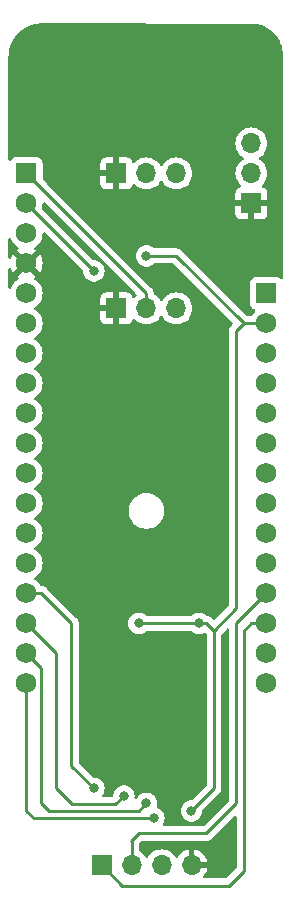
<source format=gbr>
%TF.GenerationSoftware,KiCad,Pcbnew,7.0.5-0*%
%TF.CreationDate,2023-11-18T10:12:58+00:00*%
%TF.ProjectId,Meadow Feather OLED,4d656164-6f77-4204-9665-617468657220,rev?*%
%TF.SameCoordinates,Original*%
%TF.FileFunction,Copper,L2,Bot*%
%TF.FilePolarity,Positive*%
%FSLAX46Y46*%
G04 Gerber Fmt 4.6, Leading zero omitted, Abs format (unit mm)*
G04 Created by KiCad (PCBNEW 7.0.5-0) date 2023-11-18 10:12:58*
%MOMM*%
%LPD*%
G01*
G04 APERTURE LIST*
%TA.AperFunction,ComponentPad*%
%ADD10R,1.700000X1.700000*%
%TD*%
%TA.AperFunction,ComponentPad*%
%ADD11O,1.700000X1.700000*%
%TD*%
%TA.AperFunction,ComponentPad*%
%ADD12R,1.727200X1.727200*%
%TD*%
%TA.AperFunction,ComponentPad*%
%ADD13C,1.727200*%
%TD*%
%TA.AperFunction,ViaPad*%
%ADD14C,0.800000*%
%TD*%
%TA.AperFunction,Conductor*%
%ADD15C,0.250000*%
%TD*%
G04 APERTURE END LIST*
D10*
%TO.P,ResetSwitch1,1,1*%
%TO.N,GND*%
X76200000Y-69850000D03*
D11*
%TO.P,ResetSwitch1,2,2*%
%TO.N,/~Reset*%
X78740000Y-69850000D03*
%TO.P,ResetSwitch1,3*%
X81280000Y-69850000D03*
%TD*%
D12*
%TO.P,J1,1,RESET_L*%
%TO.N,/~Reset*%
X68580000Y-58420000D03*
D13*
%TO.P,J1,2,+3V3*%
%TO.N,/+3V3*%
X68580000Y-60960000D03*
%TO.P,J1,3,AREF*%
%TO.N,unconnected-(J1-AREF-Pad3)*%
X68580000Y-63500000D03*
%TO.P,J1,4,GND*%
%TO.N,GND*%
X68580000Y-66040000D03*
%TO.P,J1,5,A0*%
%TO.N,unconnected-(J1-A0-Pad5)*%
X68580000Y-68580000D03*
%TO.P,J1,6,A1*%
%TO.N,unconnected-(J1-A1-Pad6)*%
X68580000Y-71120000D03*
%TO.P,J1,7,A2*%
%TO.N,unconnected-(J1-A2-Pad7)*%
X68580000Y-73660000D03*
%TO.P,J1,8,A3*%
%TO.N,unconnected-(J1-A3-Pad8)*%
X68580000Y-76200000D03*
%TO.P,J1,9,A4*%
%TO.N,unconnected-(J1-A4-Pad9)*%
X68580000Y-78740000D03*
%TO.P,J1,10,A5*%
%TO.N,unconnected-(J1-A5-Pad10)*%
X68580000Y-81280000D03*
%TO.P,J1,11,SCK*%
%TO.N,unconnected-(J1-SCK-Pad11)*%
X68580000Y-83820000D03*
%TO.P,J1,12,MOSI*%
%TO.N,unconnected-(J1-MOSI-Pad12)*%
X68580000Y-86360000D03*
%TO.P,J1,13,MISO*%
%TO.N,unconnected-(J1-MISO-Pad13)*%
X68580000Y-88900000D03*
%TO.P,J1,14,D00/COM4_RX*%
%TO.N,unconnected-(J1-D00{slash}COM4_RX-Pad14)*%
X68580000Y-91440000D03*
%TO.P,J1,15,D01/COM4_TX*%
%TO.N,/D01*%
X68580000Y-93980000D03*
%TO.P,J1,16,D02*%
%TO.N,/D02*%
X68580000Y-96520000D03*
%TO.P,J1,17,D03/CAN_RX*%
%TO.N,/D03*%
X68580000Y-99060000D03*
%TO.P,J1,18,D04/CAN_TX*%
%TO.N,/D04*%
X68580000Y-101600000D03*
%TO.P,J1,19,D05*%
%TO.N,/D05*%
X88900000Y-101600000D03*
%TO.P,J1,20,D06*%
%TO.N,/D06*%
X88900000Y-99060000D03*
%TO.P,J1,21,D07/I2C_SDA*%
%TO.N,/I2C_SDA*%
X88900000Y-96520000D03*
%TO.P,J1,22,D08/I2C_SCK*%
%TO.N,/I2C_SCK*%
X88900000Y-93980000D03*
%TO.P,J1,23,D09*%
%TO.N,/D09*%
X88900000Y-91440000D03*
%TO.P,J1,24,D10*%
%TO.N,/D10*%
X88900000Y-88900000D03*
%TO.P,J1,25,D11*%
%TO.N,unconnected-(J1-D11-Pad25)*%
X88900000Y-86360000D03*
%TO.P,J1,26,D12/COM_TX*%
%TO.N,/Tx*%
X88900000Y-83820000D03*
%TO.P,J1,27,D13/COM1_RX*%
%TO.N,/Rx*%
X88900000Y-81280000D03*
%TO.P,J1,28,D14*%
%TO.N,unconnected-(J1-D14-Pad28)*%
X88900000Y-78740000D03*
%TO.P,J1,29,D15*%
%TO.N,unconnected-(J1-D15-Pad29)*%
X88900000Y-76200000D03*
%TO.P,J1,30,+5V*%
%TO.N,unconnected-(J1-+5V-Pad30)*%
X88900000Y-73660000D03*
%TO.P,J1,31,EN_+3V3*%
%TO.N,/+3V3*%
X88900000Y-71120000D03*
D12*
%TO.P,J1,32,+VBAT*%
%TO.N,unconnected-(J1-+VBAT-Pad32)*%
X88900000Y-68580000D03*
%TD*%
D10*
%TO.P,J2,1,Pin_1*%
%TO.N,/I2C_SDA*%
X74940000Y-117000000D03*
D11*
%TO.P,J2,2,Pin_2*%
%TO.N,/I2C_SCK*%
X77480000Y-117000000D03*
%TO.P,J2,3,Pin_3*%
%TO.N,/+3V3*%
X80020000Y-117000000D03*
%TO.P,J2,4,Pin_4*%
%TO.N,GND*%
X82560000Y-117000000D03*
%TD*%
D10*
%TO.P,COM1,1,Pin_1*%
%TO.N,GND*%
X87630000Y-60960000D03*
D11*
%TO.P,COM1,2,Pin_2*%
%TO.N,/Rx*%
X87630000Y-58420000D03*
%TO.P,COM1,3,Pin_3*%
%TO.N,/Tx*%
X87630000Y-55880000D03*
%TD*%
D10*
%TO.P,D5,1,1*%
%TO.N,GND*%
X76200000Y-58420000D03*
D11*
%TO.P,D5,2,2*%
%TO.N,/D05*%
X78740000Y-58420000D03*
%TO.P,D5,3*%
X81280000Y-58420000D03*
%TD*%
D14*
%TO.N,/+3V3*%
X83185000Y-96520000D03*
X74295000Y-66675000D03*
X82550000Y-112395000D03*
X78740000Y-65405000D03*
X78105000Y-96520000D03*
%TO.N,/D01*%
X74295000Y-110490000D03*
%TO.N,/D02*%
X76835000Y-111125000D03*
%TO.N,/D03*%
X78740000Y-111760000D03*
%TO.N,/D04*%
X79375000Y-113030000D03*
%TD*%
D15*
%TO.N,/~Reset*%
X78740000Y-68580000D02*
X68580000Y-58420000D01*
X78740000Y-69850000D02*
X78740000Y-68580000D01*
%TO.N,/I2C_SDA*%
X86995000Y-117475000D02*
X85725000Y-118745000D01*
X86995000Y-97155000D02*
X86995000Y-117475000D01*
X87630000Y-96520000D02*
X86995000Y-97155000D01*
X76685000Y-118745000D02*
X74940000Y-117000000D01*
X85725000Y-118745000D02*
X76685000Y-118745000D01*
X88900000Y-96520000D02*
X87630000Y-96520000D01*
%TO.N,/I2C_SCK*%
X77480000Y-114945000D02*
X77480000Y-117000000D01*
X83820000Y-114300000D02*
X78105000Y-114300000D01*
X86360000Y-96520000D02*
X86360000Y-111760000D01*
X86360000Y-111760000D02*
X83820000Y-114300000D01*
X88900000Y-93980000D02*
X86360000Y-96520000D01*
X78105000Y-114300000D02*
X77470000Y-114935000D01*
X77470000Y-114935000D02*
X77480000Y-114945000D01*
%TO.N,/+3V3*%
X86995000Y-71120000D02*
X86360000Y-71755000D01*
X88900000Y-71120000D02*
X86995000Y-71120000D01*
X86360000Y-71755000D02*
X86360000Y-95250000D01*
X84455000Y-97155000D02*
X83820000Y-96520000D01*
X86360000Y-95250000D02*
X84455000Y-97155000D01*
X83820000Y-96520000D02*
X83185000Y-96520000D01*
X86995000Y-71120000D02*
X81280000Y-65405000D01*
X68580000Y-60960000D02*
X73025000Y-65405000D01*
X84455000Y-110490000D02*
X82550000Y-112395000D01*
X84455000Y-97155000D02*
X84455000Y-110490000D01*
X73025000Y-65405000D02*
X74295000Y-66675000D01*
X83185000Y-96520000D02*
X78105000Y-96520000D01*
X81280000Y-65405000D02*
X78740000Y-65405000D01*
%TO.N,/D01*%
X72390000Y-108585000D02*
X72390000Y-96520000D01*
X72390000Y-96520000D02*
X69850000Y-93980000D01*
X74295000Y-110490000D02*
X72390000Y-108585000D01*
X69850000Y-93980000D02*
X68580000Y-93980000D01*
%TO.N,/D02*%
X76110000Y-111850000D02*
X76835000Y-111125000D01*
X72480000Y-111850000D02*
X76110000Y-111850000D01*
X71120000Y-99060000D02*
X71120000Y-110490000D01*
X71120000Y-110490000D02*
X72480000Y-111850000D01*
X68580000Y-96520000D02*
X71120000Y-99060000D01*
%TO.N,/D03*%
X78105000Y-112395000D02*
X78740000Y-111760000D01*
X68580000Y-99060000D02*
X69850000Y-100330000D01*
X70485000Y-112395000D02*
X78105000Y-112395000D01*
X69850000Y-111760000D02*
X70485000Y-112395000D01*
X69850000Y-100330000D02*
X69850000Y-111760000D01*
%TO.N,/D04*%
X68580000Y-112395000D02*
X68580000Y-101600000D01*
X79375000Y-113030000D02*
X69215000Y-113030000D01*
X69215000Y-113030000D02*
X68580000Y-112395000D01*
%TD*%
%TA.AperFunction,Conductor*%
%TO.N,GND*%
G36*
X86288834Y-112818269D02*
G01*
X86344767Y-112860141D01*
X86369184Y-112925605D01*
X86369500Y-112934451D01*
X86369500Y-117164546D01*
X86349815Y-117231585D01*
X86333181Y-117252227D01*
X85502228Y-118083181D01*
X85440905Y-118116666D01*
X85414547Y-118119500D01*
X83649050Y-118119500D01*
X83582011Y-118099815D01*
X83536256Y-118047011D01*
X83526312Y-117977853D01*
X83555337Y-117914297D01*
X83561369Y-117907819D01*
X83598105Y-117871082D01*
X83733600Y-117677578D01*
X83833429Y-117463492D01*
X83833432Y-117463486D01*
X83890636Y-117250000D01*
X82993686Y-117250000D01*
X83019493Y-117209844D01*
X83060000Y-117071889D01*
X83060000Y-116928111D01*
X83019493Y-116790156D01*
X82993686Y-116750000D01*
X83890636Y-116750000D01*
X83890635Y-116749999D01*
X83833432Y-116536513D01*
X83833429Y-116536507D01*
X83733600Y-116322422D01*
X83733599Y-116322420D01*
X83598113Y-116128926D01*
X83598108Y-116128920D01*
X83431082Y-115961894D01*
X83237578Y-115826399D01*
X83023492Y-115726570D01*
X83023486Y-115726567D01*
X82810000Y-115669364D01*
X82810000Y-116564498D01*
X82702315Y-116515320D01*
X82595763Y-116500000D01*
X82524237Y-116500000D01*
X82417685Y-116515320D01*
X82310000Y-116564498D01*
X82310000Y-115669364D01*
X82309999Y-115669364D01*
X82096513Y-115726567D01*
X82096507Y-115726570D01*
X81882422Y-115826399D01*
X81882420Y-115826400D01*
X81688926Y-115961886D01*
X81688920Y-115961891D01*
X81521891Y-116128920D01*
X81521890Y-116128922D01*
X81391880Y-116314595D01*
X81337303Y-116358219D01*
X81267804Y-116365412D01*
X81205450Y-116333890D01*
X81188730Y-116314594D01*
X81058494Y-116128597D01*
X80891402Y-115961506D01*
X80891395Y-115961501D01*
X80697834Y-115825967D01*
X80697830Y-115825965D01*
X80645500Y-115801563D01*
X80483663Y-115726097D01*
X80483659Y-115726096D01*
X80483655Y-115726094D01*
X80255413Y-115664938D01*
X80255403Y-115664936D01*
X80020001Y-115644341D01*
X80019999Y-115644341D01*
X79784596Y-115664936D01*
X79784586Y-115664938D01*
X79556344Y-115726094D01*
X79556335Y-115726098D01*
X79342171Y-115825964D01*
X79342169Y-115825965D01*
X79148597Y-115961505D01*
X78981505Y-116128597D01*
X78851575Y-116314158D01*
X78796998Y-116357783D01*
X78727500Y-116364977D01*
X78665145Y-116333454D01*
X78648425Y-116314158D01*
X78518494Y-116128597D01*
X78351402Y-115961506D01*
X78351401Y-115961505D01*
X78218093Y-115868161D01*
X78158376Y-115826347D01*
X78114751Y-115771770D01*
X78105500Y-115724772D01*
X78105500Y-115235452D01*
X78125185Y-115168413D01*
X78141819Y-115147771D01*
X78327771Y-114961819D01*
X78389094Y-114928334D01*
X78415452Y-114925500D01*
X83737257Y-114925500D01*
X83752877Y-114927224D01*
X83752904Y-114926939D01*
X83760666Y-114927673D01*
X83760666Y-114927672D01*
X83760667Y-114927673D01*
X83763999Y-114927568D01*
X83828847Y-114925531D01*
X83830794Y-114925500D01*
X83859347Y-114925500D01*
X83859350Y-114925500D01*
X83866228Y-114924630D01*
X83872041Y-114924172D01*
X83918627Y-114922709D01*
X83937869Y-114917117D01*
X83956912Y-114913174D01*
X83976792Y-114910664D01*
X84020122Y-114893507D01*
X84025646Y-114891617D01*
X84029396Y-114890527D01*
X84070390Y-114878618D01*
X84087629Y-114868422D01*
X84105103Y-114859862D01*
X84123727Y-114852488D01*
X84123727Y-114852487D01*
X84123732Y-114852486D01*
X84161449Y-114825082D01*
X84166305Y-114821892D01*
X84206420Y-114798170D01*
X84220586Y-114784003D01*
X84235381Y-114771368D01*
X84238619Y-114769014D01*
X84251587Y-114759594D01*
X84281302Y-114723674D01*
X84285202Y-114719387D01*
X86157821Y-112846768D01*
X86219142Y-112813285D01*
X86288834Y-112818269D01*
G37*
%TD.AperFunction*%
%TA.AperFunction,Conductor*%
G36*
X87578187Y-45733568D02*
G01*
X87578307Y-45733604D01*
X87628260Y-45733604D01*
X87631736Y-45733702D01*
X87659440Y-45735257D01*
X87745642Y-45740098D01*
X87933060Y-45751435D01*
X87939660Y-45752193D01*
X88080752Y-45776166D01*
X88239748Y-45805303D01*
X88245697Y-45806701D01*
X88387880Y-45847663D01*
X88388961Y-45847988D01*
X88538092Y-45894458D01*
X88543319Y-45896352D01*
X88681866Y-45953739D01*
X88683494Y-45954443D01*
X88731796Y-45976182D01*
X88823970Y-46017666D01*
X88828509Y-46019936D01*
X88960625Y-46092953D01*
X88962695Y-46094150D01*
X89093613Y-46173291D01*
X89097407Y-46175780D01*
X89221004Y-46263476D01*
X89223289Y-46265181D01*
X89295859Y-46322035D01*
X89343339Y-46359233D01*
X89346410Y-46361803D01*
X89369868Y-46382766D01*
X89459535Y-46462896D01*
X89462062Y-46465285D01*
X89485473Y-46488695D01*
X89569776Y-46572995D01*
X89572156Y-46575513D01*
X89673261Y-46688647D01*
X89675837Y-46691725D01*
X89769874Y-46811751D01*
X89771634Y-46814110D01*
X89859292Y-46937650D01*
X89861779Y-46941442D01*
X89890023Y-46988162D01*
X89940910Y-47072337D01*
X89942116Y-47074422D01*
X90015141Y-47206546D01*
X90017416Y-47211093D01*
X90080621Y-47351526D01*
X90081364Y-47353246D01*
X90138721Y-47491712D01*
X90140634Y-47496995D01*
X90187082Y-47646043D01*
X90187466Y-47647325D01*
X90228378Y-47789327D01*
X90229787Y-47795318D01*
X90258928Y-47954321D01*
X90282895Y-48095364D01*
X90283659Y-48102011D01*
X90295012Y-48289648D01*
X90301398Y-48403315D01*
X90301496Y-48406794D01*
X90301496Y-48455901D01*
X90301591Y-48456777D01*
X90336327Y-67274444D01*
X90316766Y-67341520D01*
X90264047Y-67387372D01*
X90194907Y-67397443D01*
X90131297Y-67368536D01*
X90124646Y-67362354D01*
X90121144Y-67358852D01*
X90005935Y-67272606D01*
X90005928Y-67272602D01*
X89871082Y-67222308D01*
X89871083Y-67222308D01*
X89811483Y-67215901D01*
X89811481Y-67215900D01*
X89811473Y-67215900D01*
X89811464Y-67215900D01*
X87988529Y-67215900D01*
X87988523Y-67215901D01*
X87928916Y-67222308D01*
X87794071Y-67272602D01*
X87794064Y-67272606D01*
X87678855Y-67358852D01*
X87678852Y-67358855D01*
X87592606Y-67474064D01*
X87592602Y-67474071D01*
X87542308Y-67608917D01*
X87535901Y-67668516D01*
X87535900Y-67668535D01*
X87535900Y-69491470D01*
X87535901Y-69491476D01*
X87542308Y-69551083D01*
X87592602Y-69685928D01*
X87592606Y-69685935D01*
X87678852Y-69801144D01*
X87678855Y-69801147D01*
X87794064Y-69887393D01*
X87794071Y-69887397D01*
X87908983Y-69930256D01*
X87964916Y-69972127D01*
X87989334Y-70037591D01*
X87974483Y-70105864D01*
X87956880Y-70130421D01*
X87819845Y-70279279D01*
X87819842Y-70279283D01*
X87715937Y-70438322D01*
X87662791Y-70483678D01*
X87612129Y-70494500D01*
X87305453Y-70494500D01*
X87238414Y-70474815D01*
X87217772Y-70458181D01*
X81780803Y-65021212D01*
X81770980Y-65008950D01*
X81770759Y-65009134D01*
X81765786Y-65003122D01*
X81716066Y-64956432D01*
X81714666Y-64955075D01*
X81694476Y-64934884D01*
X81688986Y-64930625D01*
X81684561Y-64926847D01*
X81650582Y-64894938D01*
X81650580Y-64894936D01*
X81650577Y-64894935D01*
X81633029Y-64885288D01*
X81616763Y-64874604D01*
X81614417Y-64872784D01*
X81600936Y-64862327D01*
X81600935Y-64862326D01*
X81600933Y-64862325D01*
X81558168Y-64843818D01*
X81552922Y-64841248D01*
X81512093Y-64818803D01*
X81512092Y-64818802D01*
X81492693Y-64813822D01*
X81474281Y-64807518D01*
X81455898Y-64799562D01*
X81455892Y-64799560D01*
X81409874Y-64792272D01*
X81404152Y-64791087D01*
X81359021Y-64779500D01*
X81359019Y-64779500D01*
X81338984Y-64779500D01*
X81319586Y-64777973D01*
X81312162Y-64776797D01*
X81299805Y-64774840D01*
X81299804Y-64774840D01*
X81253416Y-64779225D01*
X81247578Y-64779500D01*
X79443748Y-64779500D01*
X79376709Y-64759815D01*
X79351600Y-64738474D01*
X79345873Y-64732114D01*
X79345869Y-64732110D01*
X79192734Y-64620851D01*
X79192729Y-64620848D01*
X79019807Y-64543857D01*
X79019802Y-64543855D01*
X78874000Y-64512865D01*
X78834646Y-64504500D01*
X78645354Y-64504500D01*
X78612897Y-64511398D01*
X78460197Y-64543855D01*
X78460192Y-64543857D01*
X78287270Y-64620848D01*
X78287265Y-64620851D01*
X78134129Y-64732111D01*
X78007466Y-64872785D01*
X77912821Y-65036715D01*
X77912818Y-65036722D01*
X77854327Y-65216740D01*
X77854326Y-65216744D01*
X77834540Y-65405000D01*
X77854326Y-65593256D01*
X77854327Y-65593259D01*
X77912818Y-65773277D01*
X77912821Y-65773284D01*
X78007467Y-65937216D01*
X78100020Y-66040006D01*
X78134129Y-66077888D01*
X78287265Y-66189148D01*
X78287270Y-66189151D01*
X78460192Y-66266142D01*
X78460197Y-66266144D01*
X78645354Y-66305500D01*
X78645355Y-66305500D01*
X78834644Y-66305500D01*
X78834646Y-66305500D01*
X79019803Y-66266144D01*
X79192730Y-66189151D01*
X79345871Y-66077888D01*
X79348788Y-66074647D01*
X79351600Y-66071526D01*
X79411087Y-66034879D01*
X79443748Y-66030500D01*
X80969548Y-66030500D01*
X81036587Y-66050185D01*
X81057229Y-66066819D01*
X86022728Y-71032318D01*
X86056213Y-71093641D01*
X86051229Y-71163333D01*
X86022727Y-71207681D01*
X85976207Y-71254200D01*
X85963951Y-71264020D01*
X85964134Y-71264241D01*
X85958122Y-71269214D01*
X85911432Y-71318932D01*
X85910079Y-71320329D01*
X85889889Y-71340519D01*
X85889877Y-71340532D01*
X85885621Y-71346017D01*
X85881837Y-71350447D01*
X85849937Y-71384418D01*
X85849936Y-71384420D01*
X85840284Y-71401976D01*
X85829610Y-71418226D01*
X85817329Y-71434061D01*
X85817324Y-71434068D01*
X85798815Y-71476838D01*
X85796245Y-71482084D01*
X85773803Y-71522906D01*
X85768822Y-71542307D01*
X85762521Y-71560710D01*
X85754562Y-71579102D01*
X85754561Y-71579105D01*
X85747271Y-71625127D01*
X85746087Y-71630846D01*
X85734501Y-71675972D01*
X85734500Y-71675982D01*
X85734500Y-71696016D01*
X85732973Y-71715415D01*
X85729840Y-71735194D01*
X85729840Y-71735195D01*
X85734225Y-71781583D01*
X85734500Y-71787421D01*
X85734499Y-94939546D01*
X85714814Y-95006585D01*
X85698180Y-95027227D01*
X84542680Y-96182727D01*
X84481357Y-96216212D01*
X84411665Y-96211228D01*
X84367317Y-96182726D01*
X84320801Y-96136209D01*
X84310980Y-96123950D01*
X84310759Y-96124134D01*
X84305786Y-96118122D01*
X84256066Y-96071432D01*
X84254666Y-96070075D01*
X84234476Y-96049884D01*
X84228986Y-96045625D01*
X84224561Y-96041847D01*
X84190582Y-96009938D01*
X84190580Y-96009936D01*
X84190577Y-96009935D01*
X84173029Y-96000288D01*
X84156763Y-95989604D01*
X84140933Y-95977325D01*
X84098168Y-95958818D01*
X84092922Y-95956248D01*
X84052093Y-95933803D01*
X84052092Y-95933802D01*
X84032693Y-95928822D01*
X84014281Y-95922518D01*
X83995898Y-95914562D01*
X83995892Y-95914560D01*
X83949874Y-95907272D01*
X83944152Y-95906087D01*
X83899021Y-95894500D01*
X83899019Y-95894500D01*
X83888748Y-95894500D01*
X83821709Y-95874815D01*
X83796600Y-95853474D01*
X83790872Y-95847113D01*
X83790864Y-95847106D01*
X83637734Y-95735851D01*
X83637729Y-95735848D01*
X83464807Y-95658857D01*
X83464802Y-95658855D01*
X83319001Y-95627865D01*
X83279646Y-95619500D01*
X83090354Y-95619500D01*
X83057897Y-95626398D01*
X82905197Y-95658855D01*
X82905192Y-95658857D01*
X82732270Y-95735848D01*
X82732265Y-95735851D01*
X82579130Y-95847110D01*
X82579126Y-95847114D01*
X82573400Y-95853474D01*
X82513913Y-95890121D01*
X82481252Y-95894500D01*
X78808748Y-95894500D01*
X78741709Y-95874815D01*
X78716600Y-95853474D01*
X78710873Y-95847114D01*
X78710869Y-95847110D01*
X78557734Y-95735851D01*
X78557729Y-95735848D01*
X78384807Y-95658857D01*
X78384802Y-95658855D01*
X78239001Y-95627865D01*
X78199646Y-95619500D01*
X78010354Y-95619500D01*
X77977897Y-95626398D01*
X77825197Y-95658855D01*
X77825192Y-95658857D01*
X77652270Y-95735848D01*
X77652265Y-95735851D01*
X77499129Y-95847111D01*
X77372466Y-95987785D01*
X77277821Y-96151715D01*
X77277818Y-96151722D01*
X77219327Y-96331740D01*
X77219326Y-96331744D01*
X77199540Y-96520000D01*
X77219326Y-96708256D01*
X77219327Y-96708259D01*
X77277818Y-96888277D01*
X77277821Y-96888284D01*
X77372467Y-97052216D01*
X77493401Y-97186526D01*
X77499129Y-97192888D01*
X77652265Y-97304148D01*
X77652270Y-97304151D01*
X77825192Y-97381142D01*
X77825197Y-97381144D01*
X78010354Y-97420500D01*
X78010355Y-97420500D01*
X78199644Y-97420500D01*
X78199646Y-97420500D01*
X78384803Y-97381144D01*
X78557730Y-97304151D01*
X78710871Y-97192888D01*
X78713788Y-97189647D01*
X78716600Y-97186526D01*
X78776087Y-97149879D01*
X78808748Y-97145500D01*
X82481252Y-97145500D01*
X82548291Y-97165185D01*
X82573400Y-97186526D01*
X82579126Y-97192885D01*
X82579130Y-97192889D01*
X82732265Y-97304148D01*
X82732270Y-97304151D01*
X82905192Y-97381142D01*
X82905197Y-97381144D01*
X83090354Y-97420500D01*
X83090355Y-97420500D01*
X83279644Y-97420500D01*
X83279646Y-97420500D01*
X83464803Y-97381144D01*
X83616496Y-97313604D01*
X83685746Y-97304320D01*
X83749022Y-97333948D01*
X83754613Y-97339203D01*
X83793181Y-97377771D01*
X83826666Y-97439094D01*
X83829500Y-97465452D01*
X83829500Y-110179547D01*
X83809815Y-110246586D01*
X83793181Y-110267228D01*
X82602228Y-111458181D01*
X82540905Y-111491666D01*
X82514547Y-111494500D01*
X82455354Y-111494500D01*
X82425202Y-111500909D01*
X82270197Y-111533855D01*
X82270192Y-111533857D01*
X82097270Y-111610848D01*
X82097265Y-111610851D01*
X81944129Y-111722111D01*
X81817466Y-111862785D01*
X81722821Y-112026715D01*
X81722818Y-112026722D01*
X81664327Y-112206740D01*
X81664326Y-112206744D01*
X81644540Y-112395000D01*
X81664326Y-112583256D01*
X81664327Y-112583259D01*
X81722818Y-112763277D01*
X81722821Y-112763284D01*
X81817467Y-112927216D01*
X81944129Y-113067888D01*
X82097265Y-113179148D01*
X82097270Y-113179151D01*
X82270192Y-113256142D01*
X82270197Y-113256144D01*
X82455354Y-113295500D01*
X82455355Y-113295500D01*
X82644644Y-113295500D01*
X82644646Y-113295500D01*
X82829803Y-113256144D01*
X83002730Y-113179151D01*
X83155871Y-113067888D01*
X83282533Y-112927216D01*
X83377179Y-112763284D01*
X83435674Y-112583256D01*
X83453321Y-112415344D01*
X83479904Y-112350734D01*
X83488951Y-112340638D01*
X84838788Y-110990801D01*
X84851042Y-110980986D01*
X84850859Y-110980764D01*
X84856868Y-110975791D01*
X84856877Y-110975786D01*
X84903607Y-110926022D01*
X84904846Y-110924743D01*
X84925120Y-110904471D01*
X84929379Y-110898978D01*
X84933152Y-110894561D01*
X84965062Y-110860582D01*
X84974715Y-110843020D01*
X84985389Y-110826770D01*
X84997673Y-110810936D01*
X85016180Y-110768167D01*
X85018749Y-110762924D01*
X85041196Y-110722093D01*
X85041197Y-110722092D01*
X85046177Y-110702691D01*
X85052478Y-110684288D01*
X85060438Y-110665896D01*
X85067730Y-110619849D01*
X85068911Y-110614152D01*
X85080500Y-110569019D01*
X85080500Y-110548983D01*
X85082027Y-110529582D01*
X85082064Y-110529350D01*
X85085160Y-110509804D01*
X85080775Y-110463415D01*
X85080500Y-110457577D01*
X85080500Y-97465451D01*
X85100185Y-97398412D01*
X85116814Y-97377775D01*
X85522819Y-96971770D01*
X85584142Y-96938286D01*
X85653834Y-96943270D01*
X85709767Y-96985142D01*
X85734184Y-97050606D01*
X85734500Y-97059452D01*
X85734500Y-111449547D01*
X85714815Y-111516586D01*
X85698181Y-111537228D01*
X83597228Y-113638181D01*
X83535905Y-113671666D01*
X83509547Y-113674500D01*
X80257480Y-113674500D01*
X80190441Y-113654815D01*
X80144686Y-113602011D01*
X80134742Y-113532853D01*
X80150093Y-113488500D01*
X80182784Y-113431877D01*
X80202179Y-113398284D01*
X80260674Y-113218256D01*
X80280460Y-113030000D01*
X80260674Y-112841744D01*
X80202179Y-112661716D01*
X80107533Y-112497784D01*
X79980871Y-112357112D01*
X79980870Y-112357111D01*
X79827734Y-112245851D01*
X79827732Y-112245850D01*
X79668732Y-112175057D01*
X79615496Y-112129806D01*
X79595175Y-112062957D01*
X79601237Y-112023464D01*
X79625674Y-111948256D01*
X79645460Y-111760000D01*
X79625674Y-111571744D01*
X79567179Y-111391716D01*
X79472533Y-111227784D01*
X79345871Y-111087112D01*
X79336769Y-111080499D01*
X79192734Y-110975851D01*
X79192729Y-110975848D01*
X79019807Y-110898857D01*
X79019802Y-110898855D01*
X78874000Y-110867865D01*
X78834646Y-110859500D01*
X78645354Y-110859500D01*
X78612897Y-110866398D01*
X78460197Y-110898855D01*
X78460192Y-110898857D01*
X78287270Y-110975848D01*
X78287265Y-110975851D01*
X78134129Y-111087111D01*
X78007467Y-111227783D01*
X77959513Y-111310842D01*
X77908945Y-111359057D01*
X77840338Y-111372279D01*
X77775474Y-111346311D01*
X77734946Y-111289397D01*
X77728805Y-111235885D01*
X77740460Y-111125000D01*
X77720674Y-110936744D01*
X77662179Y-110756716D01*
X77567533Y-110592784D01*
X77440871Y-110452112D01*
X77440870Y-110452111D01*
X77287734Y-110340851D01*
X77287729Y-110340848D01*
X77114807Y-110263857D01*
X77114802Y-110263855D01*
X76959798Y-110230909D01*
X76929646Y-110224500D01*
X76740354Y-110224500D01*
X76710202Y-110230909D01*
X76555197Y-110263855D01*
X76555192Y-110263857D01*
X76382270Y-110340848D01*
X76382265Y-110340851D01*
X76229129Y-110452111D01*
X76102466Y-110592785D01*
X76007821Y-110756715D01*
X76007818Y-110756722D01*
X75952790Y-110926082D01*
X75949326Y-110936744D01*
X75939301Y-111032132D01*
X75931679Y-111104649D01*
X75905094Y-111169263D01*
X75896044Y-111179363D01*
X75887232Y-111188176D01*
X75825911Y-111221665D01*
X75799546Y-111224500D01*
X75123904Y-111224500D01*
X75056865Y-111204815D01*
X75011110Y-111152011D01*
X75001166Y-111082853D01*
X75025774Y-111028967D01*
X75023715Y-111027471D01*
X75027529Y-111022220D01*
X75027533Y-111022216D01*
X75122179Y-110858284D01*
X75180674Y-110678256D01*
X75200460Y-110490000D01*
X75180674Y-110301744D01*
X75122179Y-110121716D01*
X75027533Y-109957784D01*
X74900871Y-109817112D01*
X74900870Y-109817111D01*
X74747734Y-109705851D01*
X74747729Y-109705848D01*
X74574807Y-109628857D01*
X74574802Y-109628855D01*
X74429000Y-109597865D01*
X74389646Y-109589500D01*
X74389645Y-109589500D01*
X74330452Y-109589500D01*
X74263413Y-109569815D01*
X74242771Y-109553181D01*
X73051819Y-108362228D01*
X73018334Y-108300905D01*
X73015500Y-108274547D01*
X73015500Y-96602737D01*
X73017224Y-96587123D01*
X73016938Y-96587096D01*
X73017672Y-96579333D01*
X73015531Y-96511170D01*
X73015500Y-96509223D01*
X73015500Y-96480651D01*
X73015500Y-96480650D01*
X73014629Y-96473759D01*
X73014172Y-96467945D01*
X73012709Y-96421374D01*
X73012709Y-96421372D01*
X73007120Y-96402137D01*
X73003174Y-96383084D01*
X73000664Y-96363208D01*
X72983501Y-96319859D01*
X72981614Y-96314346D01*
X72975908Y-96294707D01*
X72968617Y-96269610D01*
X72958421Y-96252369D01*
X72949860Y-96234893D01*
X72942486Y-96216269D01*
X72942486Y-96216267D01*
X72932474Y-96202488D01*
X72915083Y-96178550D01*
X72911900Y-96173705D01*
X72888170Y-96133579D01*
X72888165Y-96133573D01*
X72874005Y-96119413D01*
X72861370Y-96104620D01*
X72849593Y-96088412D01*
X72813693Y-96058713D01*
X72809381Y-96054790D01*
X70350802Y-93596212D01*
X70340980Y-93583950D01*
X70340759Y-93584134D01*
X70335786Y-93578122D01*
X70286066Y-93531432D01*
X70284666Y-93530075D01*
X70264476Y-93509884D01*
X70258986Y-93505625D01*
X70254561Y-93501847D01*
X70220582Y-93469938D01*
X70220580Y-93469936D01*
X70220577Y-93469935D01*
X70203029Y-93460288D01*
X70186763Y-93449604D01*
X70170936Y-93437327D01*
X70170935Y-93437326D01*
X70170933Y-93437325D01*
X70128168Y-93418818D01*
X70122922Y-93416248D01*
X70082093Y-93393803D01*
X70082092Y-93393802D01*
X70062693Y-93388822D01*
X70044281Y-93382518D01*
X70025898Y-93374562D01*
X70025892Y-93374560D01*
X69979874Y-93367272D01*
X69974152Y-93366087D01*
X69929021Y-93354500D01*
X69929019Y-93354500D01*
X69908984Y-93354500D01*
X69889586Y-93352973D01*
X69882162Y-93351797D01*
X69869805Y-93349840D01*
X69862007Y-93349595D01*
X69862106Y-93346441D01*
X69807808Y-93335901D01*
X69760969Y-93293586D01*
X69660156Y-93139281D01*
X69660149Y-93139274D01*
X69660149Y-93139272D01*
X69507049Y-92972963D01*
X69507048Y-92972962D01*
X69507046Y-92972960D01*
X69328649Y-92834107D01*
X69328647Y-92834106D01*
X69328646Y-92834105D01*
X69328639Y-92834100D01*
X69300836Y-92819055D01*
X69251244Y-92769837D01*
X69236135Y-92701620D01*
X69260306Y-92636064D01*
X69300836Y-92600945D01*
X69328639Y-92585899D01*
X69328642Y-92585896D01*
X69328649Y-92585893D01*
X69507046Y-92447040D01*
X69660156Y-92280719D01*
X69783802Y-92091465D01*
X69874611Y-91884441D01*
X69930107Y-91665293D01*
X69948775Y-91440000D01*
X69948775Y-91439993D01*
X69930107Y-91214710D01*
X69930107Y-91214707D01*
X69874611Y-90995559D01*
X69783802Y-90788535D01*
X69660156Y-90599281D01*
X69660153Y-90599278D01*
X69660149Y-90599272D01*
X69507049Y-90432963D01*
X69507048Y-90432962D01*
X69507046Y-90432960D01*
X69328649Y-90294107D01*
X69328647Y-90294106D01*
X69328646Y-90294105D01*
X69328639Y-90294100D01*
X69300836Y-90279055D01*
X69251244Y-90229837D01*
X69236135Y-90161620D01*
X69260306Y-90096064D01*
X69300836Y-90060945D01*
X69328639Y-90045899D01*
X69328642Y-90045896D01*
X69328649Y-90045893D01*
X69507046Y-89907040D01*
X69660156Y-89740719D01*
X69783802Y-89551465D01*
X69874611Y-89344441D01*
X69930107Y-89125293D01*
X69948775Y-88900000D01*
X69948775Y-88899993D01*
X69930107Y-88674710D01*
X69930107Y-88674707D01*
X69874611Y-88455559D01*
X69783802Y-88248535D01*
X69660156Y-88059281D01*
X69660153Y-88059278D01*
X69660149Y-88059272D01*
X69507049Y-87892963D01*
X69507048Y-87892962D01*
X69507046Y-87892960D01*
X69328649Y-87754107D01*
X69328647Y-87754106D01*
X69328646Y-87754105D01*
X69328639Y-87754100D01*
X69300836Y-87739055D01*
X69251244Y-87689837D01*
X69236135Y-87621620D01*
X69260306Y-87556064D01*
X69300836Y-87520945D01*
X69328639Y-87505899D01*
X69328642Y-87505896D01*
X69328649Y-87505893D01*
X69507046Y-87367040D01*
X69660156Y-87200719D01*
X69710061Y-87124334D01*
X77239500Y-87124334D01*
X77280429Y-87369616D01*
X77361169Y-87604802D01*
X77361172Y-87604811D01*
X77479524Y-87823506D01*
X77479526Y-87823509D01*
X77632262Y-88019744D01*
X77791744Y-88166557D01*
X77815217Y-88188166D01*
X78023393Y-88324173D01*
X78251118Y-88424063D01*
X78375493Y-88455559D01*
X78492179Y-88485108D01*
X78492181Y-88485108D01*
X78492186Y-88485109D01*
X78645589Y-88497819D01*
X78677933Y-88500500D01*
X78677937Y-88500500D01*
X78802063Y-88500500D01*
X78802067Y-88500500D01*
X78880764Y-88493979D01*
X78987813Y-88485109D01*
X78987816Y-88485108D01*
X78987821Y-88485108D01*
X79228881Y-88424063D01*
X79456607Y-88324173D01*
X79664785Y-88188164D01*
X79847738Y-88019744D01*
X80000474Y-87823509D01*
X80118828Y-87604810D01*
X80199571Y-87369614D01*
X80240500Y-87124335D01*
X80240500Y-86875665D01*
X80199571Y-86630386D01*
X80118828Y-86395190D01*
X80000474Y-86176491D01*
X79847738Y-85980256D01*
X79664785Y-85811836D01*
X79664782Y-85811833D01*
X79456606Y-85675826D01*
X79228881Y-85575936D01*
X78987824Y-85514892D01*
X78987813Y-85514890D01*
X78802077Y-85499500D01*
X78802067Y-85499500D01*
X78677933Y-85499500D01*
X78677922Y-85499500D01*
X78492186Y-85514890D01*
X78492175Y-85514892D01*
X78251118Y-85575936D01*
X78023393Y-85675826D01*
X77815217Y-85811833D01*
X77632261Y-85980257D01*
X77479524Y-86176493D01*
X77361172Y-86395188D01*
X77361169Y-86395197D01*
X77280429Y-86630383D01*
X77239500Y-86875665D01*
X77239500Y-87124334D01*
X69710061Y-87124334D01*
X69783802Y-87011465D01*
X69874611Y-86804441D01*
X69930107Y-86585293D01*
X69945859Y-86395190D01*
X69948775Y-86360006D01*
X69948775Y-86359993D01*
X69930107Y-86134710D01*
X69930107Y-86134707D01*
X69874611Y-85915559D01*
X69783802Y-85708535D01*
X69660156Y-85519281D01*
X69660153Y-85519278D01*
X69660149Y-85519272D01*
X69507049Y-85352963D01*
X69507048Y-85352962D01*
X69507046Y-85352960D01*
X69328649Y-85214107D01*
X69328647Y-85214106D01*
X69328646Y-85214105D01*
X69328639Y-85214100D01*
X69300836Y-85199055D01*
X69251244Y-85149837D01*
X69236135Y-85081620D01*
X69260306Y-85016064D01*
X69300836Y-84980945D01*
X69328639Y-84965899D01*
X69328642Y-84965896D01*
X69328649Y-84965893D01*
X69507046Y-84827040D01*
X69660156Y-84660719D01*
X69783802Y-84471465D01*
X69874611Y-84264441D01*
X69930107Y-84045293D01*
X69948775Y-83820000D01*
X69948775Y-83819993D01*
X69930107Y-83594710D01*
X69930107Y-83594707D01*
X69874611Y-83375559D01*
X69783802Y-83168535D01*
X69660156Y-82979281D01*
X69660153Y-82979278D01*
X69660149Y-82979272D01*
X69507049Y-82812963D01*
X69507048Y-82812962D01*
X69507046Y-82812960D01*
X69328649Y-82674107D01*
X69328647Y-82674106D01*
X69328646Y-82674105D01*
X69328639Y-82674100D01*
X69300836Y-82659055D01*
X69251244Y-82609837D01*
X69236135Y-82541620D01*
X69260306Y-82476064D01*
X69300836Y-82440945D01*
X69328639Y-82425899D01*
X69328642Y-82425896D01*
X69328649Y-82425893D01*
X69507046Y-82287040D01*
X69660156Y-82120719D01*
X69783802Y-81931465D01*
X69874611Y-81724441D01*
X69930107Y-81505293D01*
X69948775Y-81280000D01*
X69948775Y-81279993D01*
X69930107Y-81054710D01*
X69930107Y-81054707D01*
X69874611Y-80835559D01*
X69783802Y-80628535D01*
X69660156Y-80439281D01*
X69660153Y-80439278D01*
X69660149Y-80439272D01*
X69507049Y-80272963D01*
X69507048Y-80272962D01*
X69507046Y-80272960D01*
X69328649Y-80134107D01*
X69328647Y-80134106D01*
X69328646Y-80134105D01*
X69328639Y-80134100D01*
X69300836Y-80119055D01*
X69251244Y-80069837D01*
X69236135Y-80001620D01*
X69260306Y-79936064D01*
X69300836Y-79900945D01*
X69328639Y-79885899D01*
X69328642Y-79885896D01*
X69328649Y-79885893D01*
X69507046Y-79747040D01*
X69660156Y-79580719D01*
X69783802Y-79391465D01*
X69874611Y-79184441D01*
X69930107Y-78965293D01*
X69948775Y-78740000D01*
X69948775Y-78739993D01*
X69930107Y-78514710D01*
X69930107Y-78514707D01*
X69874611Y-78295559D01*
X69783802Y-78088535D01*
X69660156Y-77899281D01*
X69660153Y-77899278D01*
X69660149Y-77899272D01*
X69507049Y-77732963D01*
X69507048Y-77732962D01*
X69507046Y-77732960D01*
X69328649Y-77594107D01*
X69328647Y-77594106D01*
X69328646Y-77594105D01*
X69328639Y-77594100D01*
X69300836Y-77579055D01*
X69251244Y-77529837D01*
X69236135Y-77461620D01*
X69260306Y-77396064D01*
X69300836Y-77360945D01*
X69328639Y-77345899D01*
X69328642Y-77345896D01*
X69328649Y-77345893D01*
X69507046Y-77207040D01*
X69660156Y-77040719D01*
X69783802Y-76851465D01*
X69874611Y-76644441D01*
X69930107Y-76425293D01*
X69948775Y-76200000D01*
X69948775Y-76199993D01*
X69930107Y-75974710D01*
X69930107Y-75974707D01*
X69874611Y-75755559D01*
X69783802Y-75548535D01*
X69766291Y-75521733D01*
X69660157Y-75359283D01*
X69660149Y-75359272D01*
X69507049Y-75192963D01*
X69507048Y-75192962D01*
X69507046Y-75192960D01*
X69328649Y-75054107D01*
X69328647Y-75054106D01*
X69328646Y-75054105D01*
X69328639Y-75054100D01*
X69300836Y-75039055D01*
X69251244Y-74989837D01*
X69236135Y-74921620D01*
X69260306Y-74856064D01*
X69300836Y-74820945D01*
X69328639Y-74805899D01*
X69328642Y-74805896D01*
X69328649Y-74805893D01*
X69507046Y-74667040D01*
X69660156Y-74500719D01*
X69783802Y-74311465D01*
X69874611Y-74104441D01*
X69930107Y-73885293D01*
X69948775Y-73660000D01*
X69948775Y-73659993D01*
X69930107Y-73434710D01*
X69930107Y-73434707D01*
X69874611Y-73215559D01*
X69783802Y-73008535D01*
X69759278Y-72970999D01*
X69660157Y-72819283D01*
X69660149Y-72819272D01*
X69507049Y-72652963D01*
X69507048Y-72652962D01*
X69507046Y-72652960D01*
X69328649Y-72514107D01*
X69328647Y-72514106D01*
X69328646Y-72514105D01*
X69328639Y-72514100D01*
X69300836Y-72499055D01*
X69251244Y-72449837D01*
X69236135Y-72381620D01*
X69260306Y-72316064D01*
X69300836Y-72280945D01*
X69328639Y-72265899D01*
X69328642Y-72265896D01*
X69328649Y-72265893D01*
X69507046Y-72127040D01*
X69625456Y-71998413D01*
X69660149Y-71960727D01*
X69660150Y-71960725D01*
X69660156Y-71960719D01*
X69783802Y-71771465D01*
X69874611Y-71564441D01*
X69930107Y-71345293D01*
X69943384Y-71185061D01*
X69948775Y-71120006D01*
X69948775Y-71119993D01*
X69930107Y-70894710D01*
X69930107Y-70894707D01*
X69874611Y-70675559D01*
X69783802Y-70468535D01*
X69777037Y-70458181D01*
X69696350Y-70334680D01*
X69660156Y-70279281D01*
X69660153Y-70279278D01*
X69660149Y-70279272D01*
X69507049Y-70112963D01*
X69507048Y-70112962D01*
X69507046Y-70112960D01*
X69328649Y-69974107D01*
X69328647Y-69974106D01*
X69328646Y-69974105D01*
X69328639Y-69974100D01*
X69300836Y-69959055D01*
X69251244Y-69909837D01*
X69236135Y-69841620D01*
X69260306Y-69776064D01*
X69300836Y-69740945D01*
X69328639Y-69725899D01*
X69328642Y-69725896D01*
X69328649Y-69725893D01*
X69507046Y-69587040D01*
X69660156Y-69420719D01*
X69783802Y-69231465D01*
X69874611Y-69024441D01*
X69930107Y-68805293D01*
X69940620Y-68678423D01*
X69948775Y-68580006D01*
X69948775Y-68579993D01*
X69932193Y-68379887D01*
X69930107Y-68354707D01*
X69874611Y-68135559D01*
X69783802Y-67928535D01*
X69660156Y-67739281D01*
X69660153Y-67739278D01*
X69660149Y-67739272D01*
X69507049Y-67572963D01*
X69507048Y-67572962D01*
X69507046Y-67572960D01*
X69328649Y-67434107D01*
X69328647Y-67434106D01*
X69328646Y-67434105D01*
X69328638Y-67434100D01*
X69300306Y-67418767D01*
X69250717Y-67369547D01*
X69235610Y-67301330D01*
X69259782Y-67235775D01*
X69300311Y-67200658D01*
X69328370Y-67185473D01*
X69328378Y-67185468D01*
X69352859Y-67166413D01*
X69352859Y-67166412D01*
X68719600Y-66533152D01*
X68724592Y-66532435D01*
X68857470Y-66471752D01*
X68967869Y-66376090D01*
X69046845Y-66253201D01*
X69069522Y-66175969D01*
X69704888Y-66811334D01*
X69783361Y-66691222D01*
X69874136Y-66484278D01*
X69929611Y-66265213D01*
X69929613Y-66265202D01*
X69948273Y-66040006D01*
X69948273Y-66039993D01*
X69929613Y-65814797D01*
X69929611Y-65814786D01*
X69874136Y-65595721D01*
X69783360Y-65388774D01*
X69704888Y-65268663D01*
X69069522Y-65904030D01*
X69046845Y-65826799D01*
X68967869Y-65703910D01*
X68857470Y-65608248D01*
X68724592Y-65547565D01*
X68719599Y-65546847D01*
X69352859Y-64913587D01*
X69352858Y-64913585D01*
X69328378Y-64894531D01*
X69328373Y-64894527D01*
X69300308Y-64879340D01*
X69250717Y-64830121D01*
X69235609Y-64761905D01*
X69259779Y-64696349D01*
X69300306Y-64661231D01*
X69328649Y-64645893D01*
X69507046Y-64507040D01*
X69660156Y-64340719D01*
X69783802Y-64151465D01*
X69874611Y-63944441D01*
X69930107Y-63725293D01*
X69948617Y-63501903D01*
X69973770Y-63436722D01*
X70030172Y-63395483D01*
X70099915Y-63391285D01*
X70159874Y-63424465D01*
X72612062Y-65876654D01*
X72612092Y-65876682D01*
X73356038Y-66620629D01*
X73389523Y-66681952D01*
X73391678Y-66695348D01*
X73399968Y-66774227D01*
X73409326Y-66863256D01*
X73409327Y-66863259D01*
X73467818Y-67043277D01*
X73467821Y-67043284D01*
X73562467Y-67207216D01*
X73621341Y-67272602D01*
X73689129Y-67347888D01*
X73842265Y-67459148D01*
X73842270Y-67459151D01*
X74015192Y-67536142D01*
X74015197Y-67536144D01*
X74200354Y-67575500D01*
X74200355Y-67575500D01*
X74389644Y-67575500D01*
X74389646Y-67575500D01*
X74574803Y-67536144D01*
X74747730Y-67459151D01*
X74900871Y-67347888D01*
X75027533Y-67207216D01*
X75122179Y-67043284D01*
X75180674Y-66863256D01*
X75200460Y-66675000D01*
X75180674Y-66486744D01*
X75122179Y-66306716D01*
X75027533Y-66142784D01*
X74900871Y-66002112D01*
X74852490Y-65966961D01*
X74747734Y-65890851D01*
X74747729Y-65890848D01*
X74574807Y-65813857D01*
X74574802Y-65813855D01*
X74429000Y-65782865D01*
X74389646Y-65774500D01*
X74389645Y-65774500D01*
X74330453Y-65774500D01*
X74263414Y-65754815D01*
X74242772Y-65738181D01*
X73456912Y-64952321D01*
X73456910Y-64952318D01*
X71779299Y-63274707D01*
X69931386Y-61426795D01*
X69897902Y-61365473D01*
X69898863Y-61308674D01*
X69930104Y-61185305D01*
X69930106Y-61185296D01*
X69930107Y-61185293D01*
X69948617Y-60961902D01*
X69973770Y-60896721D01*
X70030171Y-60855482D01*
X70099915Y-60851284D01*
X70159874Y-60884464D01*
X77892510Y-68617100D01*
X77925995Y-68678423D01*
X77921011Y-68748115D01*
X77879139Y-68804048D01*
X77875954Y-68806355D01*
X77868601Y-68811503D01*
X77746284Y-68933819D01*
X77684960Y-68967303D01*
X77615269Y-68962318D01*
X77559335Y-68920447D01*
X77542421Y-68889470D01*
X77493354Y-68757913D01*
X77493350Y-68757906D01*
X77407190Y-68642812D01*
X77407187Y-68642809D01*
X77292093Y-68556649D01*
X77292086Y-68556645D01*
X77157379Y-68506403D01*
X77157372Y-68506401D01*
X77097844Y-68500000D01*
X76450000Y-68500000D01*
X76450000Y-69414498D01*
X76342315Y-69365320D01*
X76235763Y-69350000D01*
X76164237Y-69350000D01*
X76057685Y-69365320D01*
X75950000Y-69414498D01*
X75950000Y-68500000D01*
X75302155Y-68500000D01*
X75242627Y-68506401D01*
X75242620Y-68506403D01*
X75107913Y-68556645D01*
X75107906Y-68556649D01*
X74992812Y-68642809D01*
X74992809Y-68642812D01*
X74906649Y-68757906D01*
X74906645Y-68757913D01*
X74856403Y-68892620D01*
X74856401Y-68892627D01*
X74850000Y-68952155D01*
X74850000Y-69600000D01*
X75766314Y-69600000D01*
X75740507Y-69640156D01*
X75700000Y-69778111D01*
X75700000Y-69921889D01*
X75740507Y-70059844D01*
X75766314Y-70100000D01*
X74850000Y-70100000D01*
X74850000Y-70747844D01*
X74856401Y-70807372D01*
X74856403Y-70807379D01*
X74906645Y-70942086D01*
X74906649Y-70942093D01*
X74992809Y-71057187D01*
X74992812Y-71057190D01*
X75107906Y-71143350D01*
X75107913Y-71143354D01*
X75242620Y-71193596D01*
X75242627Y-71193598D01*
X75302155Y-71199999D01*
X75302172Y-71200000D01*
X75950000Y-71200000D01*
X75950000Y-70285501D01*
X76057685Y-70334680D01*
X76164237Y-70350000D01*
X76235763Y-70350000D01*
X76342315Y-70334680D01*
X76450000Y-70285501D01*
X76450000Y-71200000D01*
X77097828Y-71200000D01*
X77097844Y-71199999D01*
X77157372Y-71193598D01*
X77157379Y-71193596D01*
X77292086Y-71143354D01*
X77292093Y-71143350D01*
X77407187Y-71057190D01*
X77407190Y-71057187D01*
X77493350Y-70942093D01*
X77493354Y-70942086D01*
X77542422Y-70810529D01*
X77584293Y-70754595D01*
X77649757Y-70730178D01*
X77718030Y-70745030D01*
X77746285Y-70766181D01*
X77868599Y-70888495D01*
X77945135Y-70942086D01*
X78062165Y-71024032D01*
X78062167Y-71024033D01*
X78062170Y-71024035D01*
X78276337Y-71123903D01*
X78504592Y-71185063D01*
X78675319Y-71200000D01*
X78739999Y-71205659D01*
X78740000Y-71205659D01*
X78740001Y-71205659D01*
X78804681Y-71200000D01*
X78975408Y-71185063D01*
X79203663Y-71123903D01*
X79417830Y-71024035D01*
X79611401Y-70888495D01*
X79778495Y-70721401D01*
X79908424Y-70535842D01*
X79963002Y-70492217D01*
X80032500Y-70485023D01*
X80094855Y-70516546D01*
X80111575Y-70535842D01*
X80241500Y-70721395D01*
X80241505Y-70721401D01*
X80408599Y-70888495D01*
X80485135Y-70942086D01*
X80602165Y-71024032D01*
X80602167Y-71024033D01*
X80602170Y-71024035D01*
X80816337Y-71123903D01*
X81044592Y-71185063D01*
X81215319Y-71200000D01*
X81279999Y-71205659D01*
X81280000Y-71205659D01*
X81280001Y-71205659D01*
X81344681Y-71200000D01*
X81515408Y-71185063D01*
X81743663Y-71123903D01*
X81957830Y-71024035D01*
X82151401Y-70888495D01*
X82318495Y-70721401D01*
X82454035Y-70527830D01*
X82553903Y-70313663D01*
X82615063Y-70085408D01*
X82635659Y-69850000D01*
X82615063Y-69614592D01*
X82553903Y-69386337D01*
X82454035Y-69172171D01*
X82448425Y-69164158D01*
X82318494Y-68978597D01*
X82151402Y-68811506D01*
X82151395Y-68811501D01*
X82142523Y-68805289D01*
X82060871Y-68748115D01*
X81957834Y-68675967D01*
X81957830Y-68675965D01*
X81886727Y-68642809D01*
X81743663Y-68576097D01*
X81743659Y-68576096D01*
X81743655Y-68576094D01*
X81515413Y-68514938D01*
X81515403Y-68514936D01*
X81280001Y-68494341D01*
X81279999Y-68494341D01*
X81044596Y-68514936D01*
X81044586Y-68514938D01*
X80816344Y-68576094D01*
X80816335Y-68576098D01*
X80602171Y-68675964D01*
X80602169Y-68675965D01*
X80408597Y-68811505D01*
X80241505Y-68978597D01*
X80111575Y-69164158D01*
X80056998Y-69207783D01*
X79987500Y-69214977D01*
X79925145Y-69183454D01*
X79908425Y-69164158D01*
X79778494Y-68978597D01*
X79611402Y-68811506D01*
X79611401Y-68811505D01*
X79482995Y-68721594D01*
X79418586Y-68676494D01*
X79374961Y-68621917D01*
X79365771Y-68578811D01*
X79365531Y-68571150D01*
X79365500Y-68569204D01*
X79365500Y-68540654D01*
X79365500Y-68540650D01*
X79364631Y-68533772D01*
X79364172Y-68527943D01*
X79363763Y-68514938D01*
X79362709Y-68481373D01*
X79357122Y-68462144D01*
X79353174Y-68443084D01*
X79350663Y-68423204D01*
X79333512Y-68379887D01*
X79331619Y-68374358D01*
X79318618Y-68329609D01*
X79318616Y-68329606D01*
X79308423Y-68312371D01*
X79299861Y-68294894D01*
X79292487Y-68276270D01*
X79292486Y-68276268D01*
X79265079Y-68238545D01*
X79261888Y-68233686D01*
X79238172Y-68193583D01*
X79238165Y-68193574D01*
X79224006Y-68179415D01*
X79211368Y-68164619D01*
X79199594Y-68148413D01*
X79184057Y-68135560D01*
X79163688Y-68118709D01*
X79159376Y-68114786D01*
X70362435Y-59317844D01*
X74850000Y-59317844D01*
X74856401Y-59377372D01*
X74856403Y-59377379D01*
X74906645Y-59512086D01*
X74906649Y-59512093D01*
X74992809Y-59627187D01*
X74992812Y-59627190D01*
X75107906Y-59713350D01*
X75107913Y-59713354D01*
X75242620Y-59763596D01*
X75242627Y-59763598D01*
X75302155Y-59769999D01*
X75302172Y-59770000D01*
X75950000Y-59770000D01*
X75950000Y-58855501D01*
X76057685Y-58904680D01*
X76164237Y-58920000D01*
X76235763Y-58920000D01*
X76342315Y-58904680D01*
X76450000Y-58855501D01*
X76450000Y-59770000D01*
X77097828Y-59770000D01*
X77097844Y-59769999D01*
X77157372Y-59763598D01*
X77157379Y-59763596D01*
X77292086Y-59713354D01*
X77292093Y-59713350D01*
X77407187Y-59627190D01*
X77407190Y-59627187D01*
X77493350Y-59512093D01*
X77493354Y-59512086D01*
X77542422Y-59380529D01*
X77584293Y-59324595D01*
X77649757Y-59300178D01*
X77718030Y-59315030D01*
X77746285Y-59336181D01*
X77868599Y-59458495D01*
X77965384Y-59526265D01*
X78062165Y-59594032D01*
X78062167Y-59594033D01*
X78062170Y-59594035D01*
X78276337Y-59693903D01*
X78504592Y-59755063D01*
X78675319Y-59770000D01*
X78739999Y-59775659D01*
X78740000Y-59775659D01*
X78740001Y-59775659D01*
X78804681Y-59770000D01*
X78975408Y-59755063D01*
X79203663Y-59693903D01*
X79417830Y-59594035D01*
X79611401Y-59458495D01*
X79778495Y-59291401D01*
X79908424Y-59105842D01*
X79963002Y-59062217D01*
X80032500Y-59055023D01*
X80094855Y-59086546D01*
X80111575Y-59105842D01*
X80241500Y-59291395D01*
X80241505Y-59291401D01*
X80408599Y-59458495D01*
X80505384Y-59526265D01*
X80602165Y-59594032D01*
X80602167Y-59594033D01*
X80602170Y-59594035D01*
X80816337Y-59693903D01*
X81044592Y-59755063D01*
X81215319Y-59770000D01*
X81279999Y-59775659D01*
X81280000Y-59775659D01*
X81280001Y-59775659D01*
X81344681Y-59770000D01*
X81515408Y-59755063D01*
X81743663Y-59693903D01*
X81957830Y-59594035D01*
X82151401Y-59458495D01*
X82318495Y-59291401D01*
X82454035Y-59097830D01*
X82553903Y-58883663D01*
X82615063Y-58655408D01*
X82635659Y-58420000D01*
X86274341Y-58420000D01*
X86294936Y-58655403D01*
X86294938Y-58655413D01*
X86356094Y-58883655D01*
X86356096Y-58883659D01*
X86356097Y-58883663D01*
X86380422Y-58935827D01*
X86455965Y-59097830D01*
X86455967Y-59097834D01*
X86564281Y-59252521D01*
X86591501Y-59291396D01*
X86591506Y-59291402D01*
X86713818Y-59413714D01*
X86747303Y-59475037D01*
X86742319Y-59544729D01*
X86700447Y-59600662D01*
X86669471Y-59617577D01*
X86537912Y-59666646D01*
X86537906Y-59666649D01*
X86422812Y-59752809D01*
X86422809Y-59752812D01*
X86336649Y-59867906D01*
X86336645Y-59867913D01*
X86286403Y-60002620D01*
X86286401Y-60002627D01*
X86280000Y-60062155D01*
X86280000Y-60710000D01*
X87196314Y-60710000D01*
X87170507Y-60750156D01*
X87130000Y-60888111D01*
X87130000Y-61031889D01*
X87170507Y-61169844D01*
X87196314Y-61210000D01*
X86280000Y-61210000D01*
X86280000Y-61857844D01*
X86286401Y-61917372D01*
X86286403Y-61917379D01*
X86336645Y-62052086D01*
X86336649Y-62052093D01*
X86422809Y-62167187D01*
X86422812Y-62167190D01*
X86537906Y-62253350D01*
X86537913Y-62253354D01*
X86672620Y-62303596D01*
X86672627Y-62303598D01*
X86732155Y-62309999D01*
X86732172Y-62310000D01*
X87380000Y-62310000D01*
X87380000Y-61395501D01*
X87487685Y-61444680D01*
X87594237Y-61460000D01*
X87665763Y-61460000D01*
X87772315Y-61444680D01*
X87880000Y-61395501D01*
X87880000Y-62310000D01*
X88527828Y-62310000D01*
X88527844Y-62309999D01*
X88587372Y-62303598D01*
X88587379Y-62303596D01*
X88722086Y-62253354D01*
X88722093Y-62253350D01*
X88837187Y-62167190D01*
X88837190Y-62167187D01*
X88923350Y-62052093D01*
X88923354Y-62052086D01*
X88973596Y-61917379D01*
X88973598Y-61917372D01*
X88979999Y-61857844D01*
X88980000Y-61857827D01*
X88980000Y-61210000D01*
X88063686Y-61210000D01*
X88089493Y-61169844D01*
X88130000Y-61031889D01*
X88130000Y-60888111D01*
X88089493Y-60750156D01*
X88063686Y-60710000D01*
X88980000Y-60710000D01*
X88980000Y-60062172D01*
X88979999Y-60062155D01*
X88973598Y-60002627D01*
X88973596Y-60002620D01*
X88923354Y-59867913D01*
X88923350Y-59867906D01*
X88837190Y-59752812D01*
X88837187Y-59752809D01*
X88722093Y-59666649D01*
X88722088Y-59666646D01*
X88590528Y-59617577D01*
X88534595Y-59575705D01*
X88510178Y-59510241D01*
X88525030Y-59441968D01*
X88546175Y-59413720D01*
X88668495Y-59291401D01*
X88804035Y-59097830D01*
X88903903Y-58883663D01*
X88965063Y-58655408D01*
X88985659Y-58420000D01*
X88965063Y-58184592D01*
X88903903Y-57956337D01*
X88804035Y-57742171D01*
X88798425Y-57734158D01*
X88668494Y-57548597D01*
X88501402Y-57381506D01*
X88501396Y-57381501D01*
X88315842Y-57251575D01*
X88272217Y-57196998D01*
X88265023Y-57127500D01*
X88296546Y-57065145D01*
X88315842Y-57048425D01*
X88338026Y-57032891D01*
X88501401Y-56918495D01*
X88668495Y-56751401D01*
X88804035Y-56557830D01*
X88903903Y-56343663D01*
X88965063Y-56115408D01*
X88985659Y-55880000D01*
X88965063Y-55644592D01*
X88903903Y-55416337D01*
X88804035Y-55202171D01*
X88668495Y-55008599D01*
X88668494Y-55008597D01*
X88501402Y-54841506D01*
X88501395Y-54841501D01*
X88307834Y-54705967D01*
X88307830Y-54705965D01*
X88307829Y-54705964D01*
X88093663Y-54606097D01*
X88093659Y-54606096D01*
X88093655Y-54606094D01*
X87865413Y-54544938D01*
X87865403Y-54544936D01*
X87630001Y-54524341D01*
X87629999Y-54524341D01*
X87394596Y-54544936D01*
X87394586Y-54544938D01*
X87166344Y-54606094D01*
X87166335Y-54606098D01*
X86952171Y-54705964D01*
X86952169Y-54705965D01*
X86758597Y-54841505D01*
X86591505Y-55008597D01*
X86455965Y-55202169D01*
X86455964Y-55202171D01*
X86356098Y-55416335D01*
X86356094Y-55416344D01*
X86294938Y-55644586D01*
X86294936Y-55644596D01*
X86274341Y-55879999D01*
X86274341Y-55880000D01*
X86294936Y-56115403D01*
X86294938Y-56115413D01*
X86356094Y-56343655D01*
X86356096Y-56343659D01*
X86356097Y-56343663D01*
X86455964Y-56557830D01*
X86455965Y-56557830D01*
X86455967Y-56557834D01*
X86591501Y-56751395D01*
X86591506Y-56751402D01*
X86758597Y-56918493D01*
X86758603Y-56918498D01*
X86944158Y-57048425D01*
X86987783Y-57103002D01*
X86994977Y-57172500D01*
X86963454Y-57234855D01*
X86944158Y-57251575D01*
X86758597Y-57381505D01*
X86591505Y-57548597D01*
X86455965Y-57742169D01*
X86455964Y-57742171D01*
X86356098Y-57956335D01*
X86356094Y-57956344D01*
X86294938Y-58184586D01*
X86294936Y-58184596D01*
X86274341Y-58419999D01*
X86274341Y-58420000D01*
X82635659Y-58420000D01*
X82615063Y-58184592D01*
X82553903Y-57956337D01*
X82454035Y-57742171D01*
X82448425Y-57734158D01*
X82318494Y-57548597D01*
X82151402Y-57381506D01*
X82151395Y-57381501D01*
X81957834Y-57245967D01*
X81957830Y-57245965D01*
X81957828Y-57245964D01*
X81743663Y-57146097D01*
X81743659Y-57146096D01*
X81743655Y-57146094D01*
X81515413Y-57084938D01*
X81515403Y-57084936D01*
X81280001Y-57064341D01*
X81279999Y-57064341D01*
X81044596Y-57084936D01*
X81044586Y-57084938D01*
X80816344Y-57146094D01*
X80816335Y-57146098D01*
X80602171Y-57245964D01*
X80602169Y-57245965D01*
X80408597Y-57381505D01*
X80241505Y-57548597D01*
X80111575Y-57734158D01*
X80056998Y-57777783D01*
X79987500Y-57784977D01*
X79925145Y-57753454D01*
X79908425Y-57734158D01*
X79778494Y-57548597D01*
X79611402Y-57381506D01*
X79611395Y-57381501D01*
X79417834Y-57245967D01*
X79417830Y-57245965D01*
X79417828Y-57245964D01*
X79203663Y-57146097D01*
X79203659Y-57146096D01*
X79203655Y-57146094D01*
X78975413Y-57084938D01*
X78975403Y-57084936D01*
X78740001Y-57064341D01*
X78739999Y-57064341D01*
X78504596Y-57084936D01*
X78504586Y-57084938D01*
X78276344Y-57146094D01*
X78276335Y-57146098D01*
X78062171Y-57245964D01*
X78062169Y-57245965D01*
X77868600Y-57381503D01*
X77746284Y-57503819D01*
X77684961Y-57537303D01*
X77615269Y-57532319D01*
X77559336Y-57490447D01*
X77542421Y-57459470D01*
X77493354Y-57327913D01*
X77493350Y-57327906D01*
X77407190Y-57212812D01*
X77407187Y-57212809D01*
X77292093Y-57126649D01*
X77292086Y-57126645D01*
X77157379Y-57076403D01*
X77157372Y-57076401D01*
X77097844Y-57070000D01*
X76450000Y-57070000D01*
X76450000Y-57984498D01*
X76342315Y-57935320D01*
X76235763Y-57920000D01*
X76164237Y-57920000D01*
X76057685Y-57935320D01*
X75950000Y-57984498D01*
X75950000Y-57070000D01*
X75302155Y-57070000D01*
X75242627Y-57076401D01*
X75242620Y-57076403D01*
X75107913Y-57126645D01*
X75107906Y-57126649D01*
X74992812Y-57212809D01*
X74992809Y-57212812D01*
X74906649Y-57327906D01*
X74906645Y-57327913D01*
X74856403Y-57462620D01*
X74856401Y-57462627D01*
X74850000Y-57522155D01*
X74850000Y-58170000D01*
X75766314Y-58170000D01*
X75740507Y-58210156D01*
X75700000Y-58348111D01*
X75700000Y-58491889D01*
X75740507Y-58629844D01*
X75766314Y-58670000D01*
X74850000Y-58670000D01*
X74850000Y-59317844D01*
X70362435Y-59317844D01*
X69980418Y-58935827D01*
X69946933Y-58874504D01*
X69944099Y-58848146D01*
X69944099Y-57508529D01*
X69944098Y-57508523D01*
X69943592Y-57503819D01*
X69937691Y-57448917D01*
X69912548Y-57381506D01*
X69887397Y-57314071D01*
X69887393Y-57314064D01*
X69801147Y-57198855D01*
X69801144Y-57198852D01*
X69685935Y-57112606D01*
X69685928Y-57112602D01*
X69551082Y-57062308D01*
X69551083Y-57062308D01*
X69491483Y-57055901D01*
X69491481Y-57055900D01*
X69491473Y-57055900D01*
X69491464Y-57055900D01*
X67668529Y-57055900D01*
X67668523Y-57055901D01*
X67608916Y-57062308D01*
X67474071Y-57112602D01*
X67474064Y-57112606D01*
X67358855Y-57198852D01*
X67280454Y-57303581D01*
X67224520Y-57345451D01*
X67154828Y-57350435D01*
X67093505Y-57316949D01*
X67060021Y-57255625D01*
X67057188Y-57229269D01*
X67057708Y-48533758D01*
X67057806Y-48530317D01*
X67064197Y-48416523D01*
X67076519Y-48212824D01*
X67077277Y-48206233D01*
X67102143Y-48059880D01*
X67133240Y-47890192D01*
X67134639Y-47884239D01*
X67177371Y-47735912D01*
X67177685Y-47734867D01*
X67227071Y-47576381D01*
X67228975Y-47571121D01*
X67289002Y-47426203D01*
X67289647Y-47424710D01*
X67356764Y-47275581D01*
X67359002Y-47271108D01*
X67435462Y-47132763D01*
X67436616Y-47130767D01*
X67520536Y-46991947D01*
X67522999Y-46988189D01*
X67614863Y-46858719D01*
X67616554Y-46856454D01*
X67716206Y-46729257D01*
X67718744Y-46726224D01*
X67824730Y-46607626D01*
X67827050Y-46605173D01*
X67941173Y-46491050D01*
X67943626Y-46488730D01*
X68062224Y-46382744D01*
X68065257Y-46380206D01*
X68192454Y-46280554D01*
X68194719Y-46278863D01*
X68324189Y-46186999D01*
X68327947Y-46184536D01*
X68466767Y-46100616D01*
X68468763Y-46099462D01*
X68607108Y-46023002D01*
X68611581Y-46020764D01*
X68760710Y-45953647D01*
X68762203Y-45953002D01*
X68907121Y-45892975D01*
X68912383Y-45891071D01*
X69070867Y-45841685D01*
X69071912Y-45841371D01*
X69220239Y-45798639D01*
X69226192Y-45797240D01*
X69395880Y-45766143D01*
X69542233Y-45741277D01*
X69548824Y-45740519D01*
X69752446Y-45728202D01*
X69866316Y-45721807D01*
X69869802Y-45721711D01*
X87578187Y-45733568D01*
G37*
%TD.AperFunction*%
%TA.AperFunction,Conductor*%
G36*
X68113155Y-66253201D02*
G01*
X68192131Y-66376090D01*
X68302530Y-66471752D01*
X68435408Y-66532435D01*
X68440399Y-66533152D01*
X67807139Y-67166412D01*
X67807140Y-67166413D01*
X67831622Y-67185468D01*
X67831628Y-67185472D01*
X67859690Y-67200659D01*
X67909281Y-67249878D01*
X67924389Y-67318094D01*
X67900219Y-67383650D01*
X67859694Y-67418767D01*
X67831356Y-67434103D01*
X67831353Y-67434105D01*
X67652955Y-67572959D01*
X67652950Y-67572963D01*
X67499850Y-67739272D01*
X67499842Y-67739283D01*
X67376198Y-67928533D01*
X67294096Y-68115707D01*
X67249140Y-68169193D01*
X67182404Y-68189883D01*
X67115076Y-68171208D01*
X67068533Y-68119098D01*
X67056540Y-68065893D01*
X67056631Y-66553055D01*
X67076320Y-66486017D01*
X67129126Y-66440266D01*
X67198285Y-66430326D01*
X67261839Y-66459355D01*
X67294187Y-66503253D01*
X67376639Y-66691225D01*
X67455110Y-66811334D01*
X68090477Y-66175967D01*
X68113155Y-66253201D01*
G37*
%TD.AperFunction*%
%TA.AperFunction,Conductor*%
G36*
X67261991Y-63920946D02*
G01*
X67294339Y-63964844D01*
X67376198Y-64151466D01*
X67499842Y-64340716D01*
X67499850Y-64340727D01*
X67652950Y-64507036D01*
X67652954Y-64507040D01*
X67831351Y-64645893D01*
X67831353Y-64645894D01*
X67831360Y-64645899D01*
X67859689Y-64661229D01*
X67909280Y-64710447D01*
X67924390Y-64778664D01*
X67900220Y-64844220D01*
X67859694Y-64879337D01*
X67831628Y-64894526D01*
X67831617Y-64894533D01*
X67807140Y-64913584D01*
X67807140Y-64913586D01*
X68440401Y-65546847D01*
X68435408Y-65547565D01*
X68302530Y-65608248D01*
X68192131Y-65703910D01*
X68113155Y-65826799D01*
X68090477Y-65904030D01*
X67455109Y-65268663D01*
X67376638Y-65388776D01*
X67294248Y-65576607D01*
X67249291Y-65630092D01*
X67182555Y-65650782D01*
X67115228Y-65632107D01*
X67068684Y-65579997D01*
X67056692Y-65526791D01*
X67056783Y-64014646D01*
X67076472Y-63947608D01*
X67129278Y-63901857D01*
X67198437Y-63891917D01*
X67261991Y-63920946D01*
G37*
%TD.AperFunction*%
%TD*%
M02*

</source>
